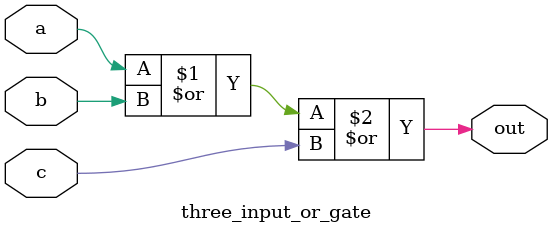
<source format=v>
module three_input_or_gate(out,a,b,c); //you list all inputs and outputs, by convention outputs go first
	output out; // this tells the compile which lines are inputs and outputs
	input a, b, c;
	assign out = a | b | c; // output function
endmodule
</source>
